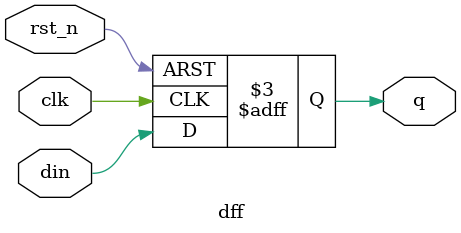
<source format=v>

module dff
(input clk, rst_n,
 input din,
 output reg q);

 always@(posedge clk, negedge rst_n)
 begin
	if(!rst_n)
	q<=0;
	else
	q<=din;
 end
endmodule

</source>
